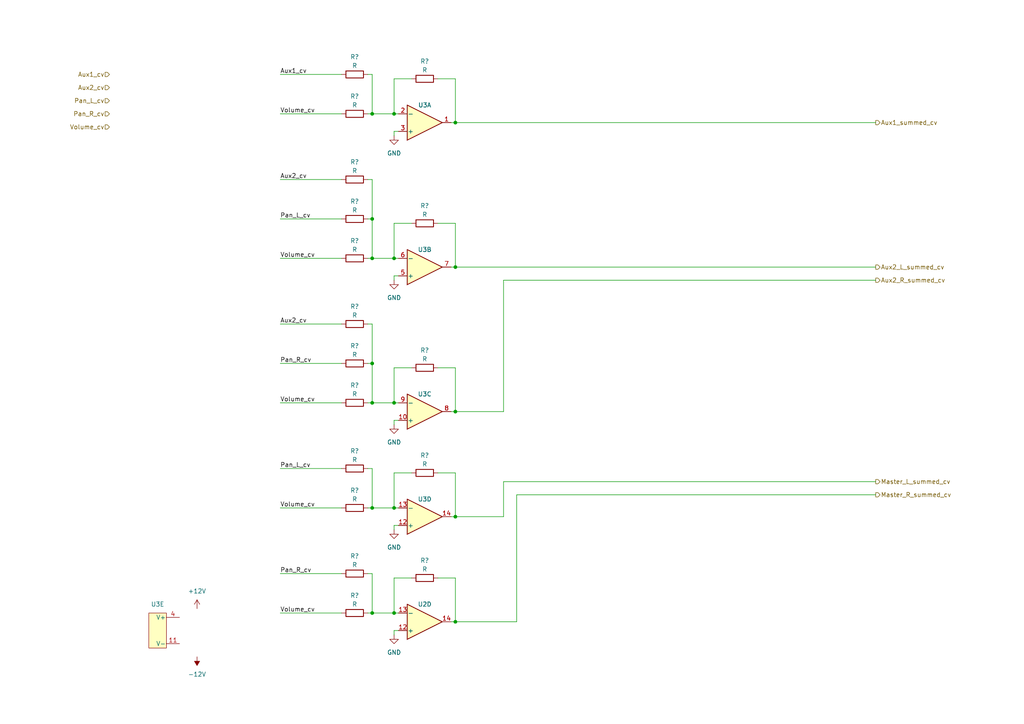
<source format=kicad_sch>
(kicad_sch (version 20230121) (generator eeschema)
  (paper "A4")
  (lib_symbols
    (symbol "Device:R" (pin_numbers hide) (pin_names (offset 0))
      (property "Reference" "R" (at 2.032 0 90))
      (property "Value" "R" (at 0 0 90))
      (symbol "R_0_1"
        (rectangle (start -1.016 -2.54) (end 1.016 2.54) (stroke (width 0.254)))
      )
      (symbol "R_1_1"
        (pin passive line (at 0 3.81 270) (length 1.27) (name "~") (number "1"))
        (pin passive line (at 0 -3.81 90) (length 1.27) (name "~") (number "2"))
      )
    )
    (symbol "WillItBlend:TL074HIDYYR" (pin_names (offset 0.127))
      (property "Reference" "U" (at 0 5.08 0))
      (symbol "TL074HIDYYR_1_1"
        (polyline (pts (xy -5.08 5.08) (xy 5.08 0) (xy -5.08 -5.08) (xy -5.08 5.08)) (stroke (width 0.254)) (fill (type background)))
        (pin output line (at 7.62 0 180) (length 2.54) (name "~") (number "1"))
        (pin input line (at -7.62 -2.54 0) (length 2.54) (name "-") (number "2"))
        (pin input line (at -7.62 2.54 0) (length 2.54) (name "+") (number "3"))
      )
      (symbol "TL074HIDYYR_2_1"
        (polyline (pts (xy -5.08 5.08) (xy 5.08 0) (xy -5.08 -5.08) (xy -5.08 5.08)) (stroke (width 0.254)) (fill (type background)))
        (pin input line (at -7.62 2.54 0) (length 2.54) (name "+") (number "5"))
        (pin input line (at -7.62 -2.54 0) (length 2.54) (name "-") (number "6"))
        (pin output line (at 7.62 0 180) (length 2.54) (name "~") (number "7"))
      )
      (symbol "TL074HIDYYR_3_1"
        (polyline (pts (xy -5.08 5.08) (xy 5.08 0) (xy -5.08 -5.08) (xy -5.08 5.08)) (stroke (width 0.254)) (fill (type background)))
        (pin input line (at -7.62 2.54 0) (length 2.54) (name "+") (number "10"))
        (pin output line (at 7.62 0 180) (length 2.54) (name "~") (number "8"))
        (pin input line (at -7.62 -2.54 0) (length 2.54) (name "-") (number "9"))
      )
      (symbol "TL074HIDYYR_4_1"
        (polyline (pts (xy -5.08 5.08) (xy 5.08 0) (xy -5.08 -5.08) (xy -5.08 5.08)) (stroke (width 0.254)) (fill (type background)))
        (pin input line (at -7.62 2.54 0) (length 2.54) (name "+") (number "12"))
        (pin input line (at -7.62 -2.54 0) (length 2.54) (name "-") (number "13"))
        (pin output line (at 7.62 0 180) (length 2.54) (name "~") (number "14"))
      )
      (symbol "TL074HIDYYR_5_1"
        (rectangle (start -2.54 5.08) (end 2.54 -5.08) (fill (type background)))
        (pin power_in line (at 6.35 -3.81 180) (length 3.81) (name "V-") (number "11"))
        (pin power_in line (at 6.35 3.81 180) (length 3.81) (name "V+") (number "4"))
      )
    )
    (symbol "power:+12V" (power) (pin_names (offset 0))
      (property "Value" "+12V" (at 0 3.556 0))
      (symbol "+12V_0_1"
        (polyline (pts (xy -0.762 1.27) (xy 0 2.54)))
        (polyline (pts (xy 0 0) (xy 0 2.54)))
        (polyline (pts (xy 0 2.54) (xy 0.762 1.27)))
      )
      (symbol "+12V_1_1"
        (pin power_in line (at 0 0 90) (length 0) hide (name "+12V") (number "1"))
      )
    )
    (symbol "power:-12V" (power) (pin_names (offset 0))
      (property "Value" "-12V" (at 0 3.81 0))
      (symbol "-12V_0_0"
        (pin power_in line (at 0 0 90) (length 0) hide (name "-12V") (number "1"))
      )
      (symbol "-12V_0_1"
        (polyline (pts (xy 0 0) (xy 0 1.27) (xy 0.762 1.27) (xy 0 2.54) (xy -0.762 1.27) (xy 0 1.27)) (fill (type outline)))
      )
    )
    (symbol "power:GND" (power) (pin_names (offset 0))
      (property "Value" "GND" (at 0 -3.81 0))
      (symbol "GND_0_1"
        (polyline (pts (xy 0 0) (xy 0 -1.27) (xy 1.27 -1.27) (xy 0 -2.54) (xy -1.27 -1.27) (xy 0 -1.27)))
      )
      (symbol "GND_1_1"
        (pin power_in line (at 0 0 270) (length 0) hide (name "GND") (number "1"))
      )
    )
  )
  (junction (at 114.3 33.02))
  (junction (at 132.08 77.47))
  (junction (at 114.3 177.8))
  (junction (at 107.95 74.93))
  (junction (at 132.08 119.38))
  (junction (at 132.08 149.86))
  (junction (at 114.3 74.93))
  (junction (at 114.3 147.32))
  (junction (at 107.95 116.84))
  (junction (at 114.3 116.84))
  (junction (at 132.08 35.56))
  (junction (at 107.95 63.5))
  (junction (at 107.95 33.02))
  (junction (at 107.95 105.41))
  (junction (at 107.95 147.32))
  (junction (at 132.08 180.34))
  (junction (at 107.95 177.8))
  (wire (pts (xy 81.28 135.89) (xy 99.06 135.89)))
  (wire (pts (xy 146.05 139.7) (xy 254 139.7)))
  (wire (pts (xy 81.28 177.8) (xy 99.06 177.8)))
  (wire (pts (xy 81.28 147.32) (xy 99.06 147.32)))
  (wire (pts (xy 114.3 39.37) (xy 114.3 38.1)))
  (wire (pts (xy 107.95 177.8) (xy 107.95 166.37)))
  (wire (pts (xy 81.28 105.41) (xy 99.06 105.41)))
  (wire (pts (xy 107.95 74.93) (xy 107.95 63.5)))
  (wire (pts (xy 119.38 167.64) (xy 114.3 167.64)))
  (wire (pts (xy 132.08 149.86) (xy 132.08 137.16)))
  (wire (pts (xy 81.28 21.59) (xy 99.06 21.59)))
  (wire (pts (xy 132.08 35.56) (xy 254 35.56)))
  (wire (pts (xy 107.95 147.32) (xy 114.3 147.32)))
  (wire (pts (xy 107.95 105.41) (xy 107.95 93.98)))
  (wire (pts (xy 106.68 63.5) (xy 107.95 63.5)))
  (wire (pts (xy 119.38 22.86) (xy 114.3 22.86)))
  (wire (pts (xy 107.95 147.32) (xy 107.95 135.89)))
  (wire (pts (xy 130.81 149.86) (xy 132.08 149.86)))
  (wire (pts (xy 107.95 33.02) (xy 114.3 33.02)))
  (wire (pts (xy 114.3 64.77) (xy 114.3 74.93)))
  (wire (pts (xy 81.28 93.98) (xy 99.06 93.98)))
  (wire (pts (xy 107.95 33.02) (xy 107.95 21.59)))
  (wire (pts (xy 119.38 64.77) (xy 114.3 64.77)))
  (wire (pts (xy 114.3 116.84) (xy 115.57 116.84)))
  (wire (pts (xy 119.38 106.68) (xy 114.3 106.68)))
  (wire (pts (xy 132.08 77.47) (xy 132.08 64.77)))
  (wire (pts (xy 81.28 74.93) (xy 99.06 74.93)))
  (wire (pts (xy 132.08 64.77) (xy 127 64.77)))
  (wire (pts (xy 114.3 184.15) (xy 114.3 182.88)))
  (wire (pts (xy 132.08 22.86) (xy 127 22.86)))
  (wire (pts (xy 106.68 116.84) (xy 107.95 116.84)))
  (wire (pts (xy 106.68 93.98) (xy 107.95 93.98)))
  (wire (pts (xy 106.68 147.32) (xy 107.95 147.32)))
  (wire (pts (xy 114.3 123.19) (xy 114.3 121.92)))
  (wire (pts (xy 106.68 21.59) (xy 107.95 21.59)))
  (wire (pts (xy 149.86 143.51) (xy 149.86 180.34)))
  (wire (pts (xy 107.95 116.84) (xy 114.3 116.84)))
  (wire (pts (xy 132.08 35.56) (xy 132.08 22.86)))
  (wire (pts (xy 114.3 33.02) (xy 115.57 33.02)))
  (wire (pts (xy 114.3 152.4) (xy 115.57 152.4)))
  (wire (pts (xy 107.95 74.93) (xy 114.3 74.93)))
  (wire (pts (xy 107.95 116.84) (xy 107.95 105.41)))
  (wire (pts (xy 81.28 52.07) (xy 99.06 52.07)))
  (wire (pts (xy 114.3 80.01) (xy 115.57 80.01)))
  (wire (pts (xy 114.3 22.86) (xy 114.3 33.02)))
  (wire (pts (xy 132.08 106.68) (xy 127 106.68)))
  (wire (pts (xy 132.08 119.38) (xy 132.08 106.68)))
  (wire (pts (xy 106.68 74.93) (xy 107.95 74.93)))
  (wire (pts (xy 114.3 182.88) (xy 115.57 182.88)))
  (wire (pts (xy 114.3 153.67) (xy 114.3 152.4)))
  (wire (pts (xy 106.68 52.07) (xy 107.95 52.07)))
  (wire (pts (xy 114.3 177.8) (xy 115.57 177.8)))
  (wire (pts (xy 114.3 74.93) (xy 115.57 74.93)))
  (wire (pts (xy 114.3 137.16) (xy 114.3 147.32)))
  (wire (pts (xy 106.68 105.41) (xy 107.95 105.41)))
  (wire (pts (xy 114.3 147.32) (xy 115.57 147.32)))
  (wire (pts (xy 107.95 177.8) (xy 114.3 177.8)))
  (wire (pts (xy 114.3 167.64) (xy 114.3 177.8)))
  (wire (pts (xy 114.3 81.28) (xy 114.3 80.01)))
  (wire (pts (xy 81.28 116.84) (xy 99.06 116.84)))
  (wire (pts (xy 114.3 106.68) (xy 114.3 116.84)))
  (wire (pts (xy 119.38 137.16) (xy 114.3 137.16)))
  (wire (pts (xy 146.05 81.28) (xy 146.05 119.38)))
  (wire (pts (xy 106.68 135.89) (xy 107.95 135.89)))
  (wire (pts (xy 132.08 180.34) (xy 132.08 167.64)))
  (wire (pts (xy 130.81 77.47) (xy 132.08 77.47)))
  (wire (pts (xy 106.68 177.8) (xy 107.95 177.8)))
  (wire (pts (xy 254 143.51) (xy 149.86 143.51)))
  (wire (pts (xy 130.81 180.34) (xy 132.08 180.34)))
  (wire (pts (xy 114.3 38.1) (xy 115.57 38.1)))
  (wire (pts (xy 130.81 119.38) (xy 132.08 119.38)))
  (wire (pts (xy 106.68 166.37) (xy 107.95 166.37)))
  (wire (pts (xy 132.08 137.16) (xy 127 137.16)))
  (wire (pts (xy 81.28 33.02) (xy 99.06 33.02)))
  (wire (pts (xy 132.08 180.34) (xy 149.86 180.34)))
  (wire (pts (xy 114.3 121.92) (xy 115.57 121.92)))
  (wire (pts (xy 81.28 63.5) (xy 99.06 63.5)))
  (wire (pts (xy 106.68 33.02) (xy 107.95 33.02)))
  (wire (pts (xy 132.08 119.38) (xy 146.05 119.38)))
  (wire (pts (xy 146.05 149.86) (xy 146.05 139.7)))
  (wire (pts (xy 132.08 77.47) (xy 254 77.47)))
  (wire (pts (xy 81.28 166.37) (xy 99.06 166.37)))
  (wire (pts (xy 132.08 167.64) (xy 127 167.64)))
  (wire (pts (xy 130.81 35.56) (xy 132.08 35.56)))
  (wire (pts (xy 132.08 149.86) (xy 146.05 149.86)))
  (wire (pts (xy 254 81.28) (xy 146.05 81.28)))
  (wire (pts (xy 107.95 63.5) (xy 107.95 52.07)))
  (label "Aux2_cv" (at 81.28 52.07 0))
  (label "Volume_cv" (at 81.28 116.84 0))
  (label "Volume_cv" (at 81.28 147.32 0))
  (label "Pan_L_cv" (at 81.28 135.89 0))
  (label "Volume_cv" (at 81.28 177.8 0))
  (label "Pan_R_cv" (at 81.28 166.37 0))
  (label "Pan_L_cv" (at 81.28 63.5 0))
  (label "Pan_R_cv" (at 81.28 105.41 0))
  (label "Volume_cv" (at 81.28 33.02 0))
  (label "Volume_cv" (at 81.28 74.93 0))
  (label "Aux1_cv" (at 81.28 21.59 0))
  (label "Aux2_cv" (at 81.28 93.98 0))
  (hierarchical_label "Aux1_summed_cv" (shape output) (at 254 35.56 0))
  (hierarchical_label "Aux2_R_summed_cv" (shape output) (at 254 81.28 0))
  (hierarchical_label "Pan_L_cv" (shape input) (at 31.75 29.21 180))
  (hierarchical_label "Master_L_summed_cv" (shape output) (at 254 139.7 0))
  (hierarchical_label "Aux2_L_summed_cv" (shape output) (at 254 77.47 0))
  (hierarchical_label "Aux2_cv" (shape input) (at 31.75 25.4 180))
  (hierarchical_label "Aux1_cv" (shape input) (at 31.75 21.59 180))
  (hierarchical_label "Volume_cv" (shape input) (at 31.75 36.83 180))
  (hierarchical_label "Master_R_summed_cv" (shape output) (at 254 143.51 0))
  (hierarchical_label "Pan_R_cv" (shape input) (at 31.75 33.02 180))
  (symbol (lib_id "WillItBlend:TL074HIDYYR") (at 123.19 77.47 0) (mirror x) (unit 2)
    (property "Reference" "U3" (at 123.19 72.39 0))
    (property "Value" "TL074HIDYYR" (effects hide))
    (property "Footprint" "WillItBlend:SOT-23-THIN" (effects hide))
    (property "Datasheet" "http://www.ti.com/lit/ds/symlink/tl071.pdf" (effects hide))
  )
  (symbol (lib_id "WillItBlend:TL074HIDYYR") (at 123.19 149.86 0) (mirror x) (unit 4)
    (property "Reference" "U3" (at 123.19 144.78 0))
    (property "Value" "TL074HIDYYR" (effects hide))
    (property "Footprint" "WillItBlend:SOT-23-THIN" (effects hide))
    (property "Datasheet" "http://www.ti.com/lit/ds/symlink/tl071.pdf" (effects hide))
  )
  (symbol (lib_id "Device:R") (at 102.87 105.41 270) (unit 1)
    (property "Reference" "R?" (at 102.87 100.33 90))
    (property "Value" "R" (at 102.87 102.87 90))
    (property "Footprint" "Resistor_SMD:R_0402_1005Metric_Pad0.72x0.64mm_HandSolder" (effects hide))
    (instances (project "WillItBlend" (path "" (reference "R?") (unit 1)) (path "" (reference "R30") (unit 1))))
  )
  (symbol (lib_id "WillItBlend:TL074HIDYYR") (at 123.19 35.56 0) (mirror x) (unit 1)
    (property "Reference" "U3" (at 123.19 30.48 0))
    (property "Value" "TL074HIDYYR" (effects hide))
    (property "Footprint" "WillItBlend:SOT-23-THIN" (effects hide))
    (property "Datasheet" "http://www.ti.com/lit/ds/symlink/tl071.pdf" (effects hide))
  )
  (symbol (lib_id "Device:R") (at 102.87 116.84 270) (unit 1)
    (property "Reference" "R?" (at 102.87 111.76 90))
    (property "Value" "R" (at 102.87 114.3 90))
    (property "Footprint" "Resistor_SMD:R_0402_1005Metric_Pad0.72x0.64mm_HandSolder" (effects hide))
    (instances (project "WillItBlend" (path "" (reference "R?") (unit 1)) (path "" (reference "R31") (unit 1))))
  )
  (symbol (lib_id "Device:R") (at 102.87 93.98 270) (unit 1)
    (property "Reference" "R?" (at 102.87 88.9 90))
    (property "Value" "R" (at 102.87 91.44 90))
    (property "Footprint" "Resistor_SMD:R_0402_1005Metric_Pad0.72x0.64mm_HandSolder" (effects hide))
    (instances (project "WillItBlend" (path "" (reference "R?") (unit 1)) (path "" (reference "R29") (unit 1))))
  )
  (symbol (lib_id "WillItBlend:TL074HIDYYR") (at 123.19 180.34 0) (mirror x) (unit 4)
    (property "Reference" "U2" (at 123.19 175.26 0))
    (property "Value" "TL074HIDYYR" (effects hide))
    (property "Footprint" "WillItBlend:SOT-23-THIN" (effects hide))
    (property "Datasheet" "http://www.ti.com/lit/ds/symlink/tl071.pdf" (effects hide))
  )
  (symbol (lib_id "Device:R") (at 102.87 135.89 270) (unit 1)
    (property "Reference" "R?" (at 102.87 130.81 90))
    (property "Value" "R" (at 102.87 133.35 90))
    (property "Footprint" "Resistor_SMD:R_0402_1005Metric_Pad0.72x0.64mm_HandSolder" (effects hide))
    (instances (project "WillItBlend" (path "" (reference "R?") (unit 1)) (path "" (reference "R33") (unit 1))))
  )
  (symbol (lib_id "Device:R") (at 102.87 33.02 270) (unit 1)
    (property "Reference" "R?" (at 102.87 27.94 90))
    (property "Value" "R" (at 102.87 30.48 90))
    (property "Footprint" "Resistor_SMD:R_0402_1005Metric_Pad0.72x0.64mm_HandSolder" (effects hide))
    (instances (project "WillItBlend" (path "" (reference "R?") (unit 1)) (path "" (reference "R23") (unit 1))))
  )
  (symbol (lib_id "Device:R") (at 123.19 106.68 270) (unit 1)
    (property "Reference" "R?" (at 123.19 101.6 90))
    (property "Value" "R" (at 123.19 104.14 90))
    (property "Footprint" "Resistor_SMD:R_0402_1005Metric_Pad0.72x0.64mm_HandSolder" (effects hide))
    (instances (project "WillItBlend" (path "" (reference "R?") (unit 1)) (path "" (reference "R32") (unit 1))))
  )
  (symbol (lib_id "power:GND") (at 114.3 39.37 0) (unit 1)
    (property "Reference" "#PWR0128" (effects hide))
    (property "Value" "GND" (at 114.3 44.45 0))
  )
  (symbol (lib_id "Device:R") (at 102.87 21.59 270) (unit 1)
    (property "Reference" "R?" (at 102.87 16.51 90))
    (property "Value" "R" (at 102.87 19.05 90))
    (property "Footprint" "Resistor_SMD:R_0402_1005Metric_Pad0.72x0.64mm_HandSolder" (effects hide))
    (instances (project "WillItBlend" (path "" (reference "R?") (unit 1)) (path "" (reference "R22") (unit 1))))
  )
  (symbol (lib_id "WillItBlend:TL074HIDYYR") (at 123.19 119.38 0) (mirror x) (unit 3)
    (property "Reference" "U3" (at 123.19 114.3 0))
    (property "Value" "TL074HIDYYR" (effects hide))
    (property "Footprint" "WillItBlend:SOT-23-THIN" (effects hide))
    (property "Datasheet" "http://www.ti.com/lit/ds/symlink/tl071.pdf" (effects hide))
  )
  (symbol (lib_id "Device:R") (at 123.19 22.86 270) (unit 1)
    (property "Reference" "R?" (at 123.19 17.78 90))
    (property "Value" "R" (at 123.19 20.32 90))
    (property "Footprint" "Resistor_SMD:R_0402_1005Metric_Pad0.72x0.64mm_HandSolder" (effects hide))
    (instances (project "WillItBlend" (path "" (reference "R?") (unit 1)) (path "" (reference "R24") (unit 1))))
  )
  (symbol (lib_id "power:-12V") (at 57.15 190.5 180) (unit 1)
    (property "Reference" "#PWR0126" (effects hide))
    (property "Value" "-12V" (at 57.15 195.58 0))
  )
  (symbol (lib_id "Device:R") (at 123.19 137.16 270) (unit 1)
    (property "Reference" "R?" (at 123.19 132.08 90))
    (property "Value" "R" (at 123.19 134.62 90))
    (property "Footprint" "Resistor_SMD:R_0402_1005Metric_Pad0.72x0.64mm_HandSolder" (effects hide))
    (instances (project "WillItBlend" (path "" (reference "R?") (unit 1)) (path "" (reference "R35") (unit 1))))
  )
  (symbol (lib_id "Device:R") (at 102.87 166.37 270) (unit 1)
    (property "Reference" "R?" (at 102.87 161.29 90))
    (property "Value" "R" (at 102.87 163.83 90))
    (property "Footprint" "Resistor_SMD:R_0402_1005Metric_Pad0.72x0.64mm_HandSolder" (effects hide))
    (instances (project "WillItBlend" (path "" (reference "R?") (unit 1)) (path "" (reference "R36") (unit 1))))
  )
  (symbol (lib_id "Device:R") (at 123.19 167.64 270) (unit 1)
    (property "Reference" "R?" (at 123.19 162.56 90))
    (property "Value" "R" (at 123.19 165.1 90))
    (property "Footprint" "Resistor_SMD:R_0402_1005Metric_Pad0.72x0.64mm_HandSolder" (effects hide))
    (instances (project "WillItBlend" (path "" (reference "R?") (unit 1)) (path "" (reference "R38") (unit 1))))
  )
  (symbol (lib_id "Device:R") (at 102.87 63.5 270) (unit 1)
    (property "Reference" "R?" (at 102.87 58.42 90))
    (property "Value" "R" (at 102.87 60.96 90))
    (property "Footprint" "Resistor_SMD:R_0402_1005Metric_Pad0.72x0.64mm_HandSolder" (effects hide))
    (instances (project "WillItBlend" (path "" (reference "R?") (unit 1)) (path "" (reference "R26") (unit 1))))
  )
  (symbol (lib_id "Device:R") (at 123.19 64.77 270) (unit 1)
    (property "Reference" "R?" (at 123.19 59.69 90))
    (property "Value" "R" (at 123.19 62.23 90))
    (property "Footprint" "Resistor_SMD:R_0402_1005Metric_Pad0.72x0.64mm_HandSolder" (effects hide))
    (instances (project "WillItBlend" (path "" (reference "R?") (unit 1)) (path "" (reference "R28") (unit 1))))
  )
  (symbol (lib_id "WillItBlend:TL074HIDYYR") (at 45.72 182.88 0) (unit 5)
    (property "Reference" "U3" (at 45.72 175.26 0))
    (property "Value" "TL074HIDYYR" (effects hide))
    (property "Footprint" "WillItBlend:SOT-23-THIN" (effects hide))
    (property "Datasheet" "http://www.ti.com/lit/ds/symlink/tl071.pdf" (effects hide))
  )
  (symbol (lib_id "power:GND") (at 114.3 153.67 0) (unit 1)
    (property "Reference" "#PWR0129" (effects hide))
    (property "Value" "GND" (at 114.3 158.75 0))
  )
  (symbol (lib_id "power:GND") (at 114.3 123.19 0) (unit 1)
    (property "Reference" "#PWR0124" (effects hide))
    (property "Value" "GND" (at 114.3 128.27 0))
  )
  (symbol (lib_id "power:GND") (at 114.3 81.28 0) (unit 1)
    (property "Reference" "#PWR0123" (effects hide))
    (property "Value" "GND" (at 114.3 86.36 0))
  )
  (symbol (lib_id "power:+12V") (at 57.15 176.53 0) (unit 1)
    (property "Reference" "#PWR0127" (effects hide))
    (property "Value" "+12V" (at 57.15 171.45 0))
  )
  (symbol (lib_id "Device:R") (at 102.87 74.93 270) (unit 1)
    (property "Reference" "R?" (at 102.87 69.85 90))
    (property "Value" "R" (at 102.87 72.39 90))
    (property "Footprint" "Resistor_SMD:R_0402_1005Metric_Pad0.72x0.64mm_HandSolder" (effects hide))
    (instances (project "WillItBlend" (path "" (reference "R?") (unit 1)) (path "" (reference "R27") (unit 1))))
  )
  (symbol (lib_id "power:GND") (at 114.3 184.15 0) (unit 1)
    (property "Reference" "#PWR0125" (effects hide))
    (property "Value" "GND" (at 114.3 189.23 0))
  )
  (symbol (lib_id "Device:R") (at 102.87 147.32 270) (unit 1)
    (property "Reference" "R?" (at 102.87 142.24 90))
    (property "Value" "R" (at 102.87 144.78 90))
    (property "Footprint" "Resistor_SMD:R_0402_1005Metric_Pad0.72x0.64mm_HandSolder" (effects hide))
    (instances (project "WillItBlend" (path "" (reference "R?") (unit 1)) (path "" (reference "R34") (unit 1))))
  )
  (symbol (lib_id "Device:R") (at 102.87 177.8 270) (unit 1)
    (property "Reference" "R?" (at 102.87 172.72 90))
    (property "Value" "R" (at 102.87 175.26 90))
    (property "Footprint" "Resistor_SMD:R_0402_1005Metric_Pad0.72x0.64mm_HandSolder" (effects hide))
    (instances (project "WillItBlend" (path "" (reference "R?") (unit 1)) (path "" (reference "R37") (unit 1))))
  )
  (symbol (lib_id "Device:R") (at 102.87 52.07 270) (unit 1)
    (property "Reference" "R?" (at 102.87 46.99 90))
    (property "Value" "R" (at 102.87 49.53 90))
    (property "Footprint" "Resistor_SMD:R_0402_1005Metric_Pad0.72x0.64mm_HandSolder" (effects hide))
    (instances (project "WillItBlend" (path "" (reference "R?") (unit 1)) (path "" (reference "R25") (unit 1))))
  )
)
</source>
